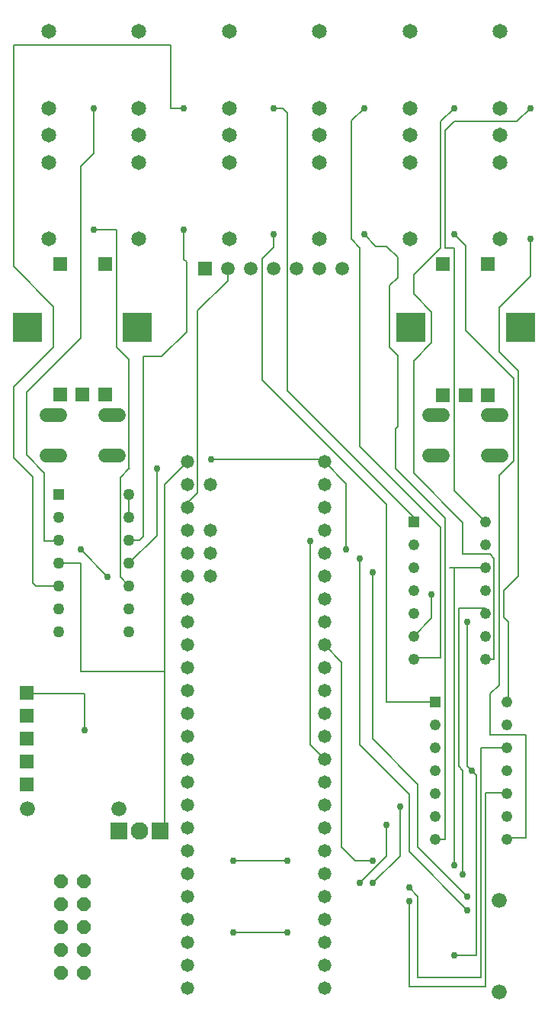
<source format=gbr>
G04 EAGLE Gerber RS-274X export*
G75*
%MOMM*%
%FSLAX34Y34*%
%LPD*%
%INTop Copper*%
%IPPOS*%
%AMOC8*
5,1,8,0,0,1.08239X$1,22.5*%
G01*
%ADD10C,1.676400*%
%ADD11R,1.508000X1.508000*%
%ADD12R,3.216000X3.216000*%
%ADD13P,1.649562X8X112.500000*%
%ADD14C,1.473200*%
%ADD15R,1.930400X1.930400*%
%ADD16C,1.930400*%
%ADD17C,1.650000*%
%ADD18C,1.524000*%
%ADD19C,1.508000*%
%ADD20R,1.267000X1.267000*%
%ADD21C,1.267000*%
%ADD22R,1.238000X1.238000*%
%ADD23C,1.238000*%
%ADD24C,0.756400*%
%ADD25C,0.152400*%


D10*
X26120Y222750D03*
X127720Y222750D03*
D11*
X62350Y681920D03*
X87350Y681920D03*
X112350Y681920D03*
X62350Y826920D03*
X112350Y826920D03*
D12*
X26350Y756920D03*
X148350Y756920D03*
D13*
X63310Y40450D03*
X63310Y65850D03*
X63310Y91250D03*
X63310Y116650D03*
X63310Y142050D03*
X88710Y40450D03*
X88710Y65850D03*
X88710Y91250D03*
X88710Y116650D03*
X88710Y142050D03*
D14*
X356160Y556610D03*
X356160Y531210D03*
X356160Y505810D03*
X356160Y480410D03*
X356160Y455010D03*
X356160Y429610D03*
X356160Y404210D03*
X356160Y378810D03*
X356160Y353410D03*
X356160Y328010D03*
X356160Y302610D03*
X356160Y277210D03*
X203760Y277210D03*
X203760Y302610D03*
X203760Y328010D03*
X203760Y353410D03*
X203760Y378810D03*
X203760Y404210D03*
X203760Y429610D03*
X203760Y455010D03*
X203760Y480410D03*
X203760Y505810D03*
X203760Y531210D03*
X356160Y582010D03*
X203760Y556610D03*
X203760Y582010D03*
X356160Y607410D03*
X203760Y607410D03*
X356160Y251810D03*
X203760Y251810D03*
X356160Y226410D03*
X356160Y201010D03*
X356160Y175610D03*
X356160Y150210D03*
X356160Y124810D03*
X356160Y99410D03*
X356160Y74010D03*
X356160Y48610D03*
X356160Y23210D03*
X203760Y23210D03*
X203760Y48610D03*
X203760Y74010D03*
X203760Y99410D03*
X203760Y124810D03*
X203760Y150210D03*
X203760Y175610D03*
X203760Y201010D03*
X203760Y226410D03*
X229160Y582010D03*
X229160Y531210D03*
X229160Y505810D03*
X229160Y480410D03*
D15*
X127660Y197744D03*
D16*
X150520Y197744D03*
D15*
X173380Y197744D03*
D17*
X551180Y855002D03*
X551180Y940002D03*
X551180Y970002D03*
X250190Y1085050D03*
X250190Y1000050D03*
X250190Y970050D03*
X149860Y1085050D03*
X149860Y1000050D03*
X149860Y970050D03*
X49530Y1085050D03*
X49530Y1000050D03*
X49530Y970050D03*
X450850Y855002D03*
X450850Y940002D03*
X450850Y970002D03*
X350520Y855002D03*
X350520Y940002D03*
X350520Y970002D03*
X250190Y855002D03*
X250190Y940002D03*
X250190Y970002D03*
X149860Y855002D03*
X149860Y940002D03*
X149860Y970002D03*
X49530Y855002D03*
X49530Y940002D03*
X49530Y970002D03*
X551180Y1085050D03*
X551180Y1000050D03*
X551180Y970050D03*
X450850Y1085050D03*
X450850Y1000050D03*
X450850Y970050D03*
X350520Y1085050D03*
X350520Y1000050D03*
X350520Y970050D03*
D18*
X127582Y614364D02*
X112342Y614364D01*
X112342Y659576D02*
X127582Y659576D01*
X62558Y614364D02*
X47318Y614364D01*
X47318Y659576D02*
X62558Y659576D01*
X537772Y614164D02*
X553012Y614164D01*
X553012Y659376D02*
X537772Y659376D01*
X487988Y614164D02*
X472748Y614164D01*
X472748Y659376D02*
X487988Y659376D01*
D11*
X487780Y681820D03*
X512780Y681820D03*
X537780Y681820D03*
X487780Y826820D03*
X537780Y826820D03*
D12*
X451780Y756820D03*
X573780Y756820D03*
D11*
X223250Y821600D03*
D19*
X248650Y821600D03*
X274050Y821600D03*
X299450Y821600D03*
X324850Y821600D03*
X350250Y821600D03*
X375650Y821600D03*
D20*
X60950Y571200D03*
D21*
X60950Y545800D03*
X60950Y520400D03*
X60950Y495000D03*
X60950Y469600D03*
X60950Y444200D03*
X60950Y418800D03*
X139050Y418800D03*
X139050Y444200D03*
X139050Y469600D03*
X139050Y495000D03*
X139050Y520400D03*
X139050Y545800D03*
X139050Y571200D03*
D11*
X25400Y351080D03*
X25400Y325680D03*
X25400Y300280D03*
X25400Y274880D03*
X25400Y249480D03*
D22*
X479200Y341200D03*
D23*
X479200Y315800D03*
X479200Y290400D03*
X479200Y265000D03*
X479200Y239600D03*
X479200Y214200D03*
X479200Y188800D03*
X558600Y188800D03*
X558600Y214200D03*
X558600Y239600D03*
X558600Y265000D03*
X558600Y290400D03*
X558600Y315800D03*
X558600Y341200D03*
D22*
X455300Y541200D03*
D23*
X455300Y515800D03*
X455300Y490400D03*
X455300Y465000D03*
X455300Y439600D03*
X455300Y414200D03*
X455300Y388800D03*
X534700Y388800D03*
X534700Y414200D03*
X534700Y439600D03*
X534700Y465000D03*
X534700Y490400D03*
X534700Y515800D03*
X534700Y541200D03*
D10*
X550000Y120800D03*
X550000Y19200D03*
D24*
X230000Y610000D03*
D25*
X353570Y610000D02*
X356160Y607410D01*
X353570Y610000D02*
X230000Y610000D01*
D24*
X255000Y85000D03*
D25*
X315000Y85000D01*
D24*
X315000Y85000D03*
D25*
X380000Y583570D02*
X356160Y607410D01*
X380000Y583570D02*
X380000Y510000D01*
D24*
X380000Y510000D03*
D25*
X170000Y525950D02*
X139050Y495000D01*
X170000Y525950D02*
X170000Y600000D01*
D24*
X170000Y600000D03*
X500000Y60000D03*
D25*
X525000Y60000D01*
X525000Y260000D01*
X515000Y270000D02*
X515000Y430000D01*
D24*
X520000Y265000D03*
X515000Y430000D03*
D25*
X515000Y270000D02*
X525000Y260000D01*
X178380Y375000D02*
X178380Y582030D01*
X178380Y375000D02*
X178380Y202744D01*
X173380Y197744D01*
X178380Y582030D02*
X203760Y607410D01*
D24*
X255000Y165000D03*
D25*
X315000Y165000D01*
D24*
X315000Y165000D03*
D25*
X178380Y375000D02*
X85000Y375000D01*
X85000Y495000D01*
X60950Y495000D01*
X203760Y561610D02*
X215000Y572850D01*
X203760Y561610D02*
X203760Y556610D01*
X215000Y572850D02*
X215000Y775000D01*
X248650Y808650D02*
X248650Y821600D01*
X248650Y808650D02*
X215000Y775000D01*
D24*
X340000Y520000D03*
D25*
X340000Y293370D01*
X356160Y277210D01*
X375000Y385370D02*
X356160Y404210D01*
X375000Y385370D02*
X375000Y180000D01*
X390000Y165000D02*
X410000Y165000D01*
X390000Y165000D02*
X375000Y180000D01*
D24*
X410000Y165000D03*
X85000Y510000D03*
D25*
X115000Y480000D01*
D24*
X115000Y480000D03*
D25*
X25400Y351080D02*
X26480Y350000D01*
X90000Y350000D02*
X90000Y310000D01*
X90000Y350000D02*
X26480Y350000D01*
D24*
X90000Y310000D03*
D25*
X139050Y545800D02*
X139050Y571200D01*
D24*
X100000Y1000000D03*
D25*
X100000Y950000D01*
X85000Y935000D01*
X85000Y745000D01*
X45000Y595000D02*
X45000Y520000D01*
X60550Y520000D01*
X60950Y520400D01*
X45000Y595000D02*
X25000Y615000D01*
X25000Y685000D01*
X85000Y745000D01*
D24*
X200000Y1000000D03*
D25*
X185000Y1000000D01*
X185000Y1070000D01*
X10922Y1070000D01*
X10922Y824078D01*
X55000Y780000D01*
X55000Y735000D01*
X10922Y690922D01*
X10922Y611595D01*
X31952Y590565D01*
X31952Y473293D01*
X35645Y469600D02*
X60950Y469600D01*
X35645Y469600D02*
X31952Y473293D01*
D24*
X100000Y865000D03*
D25*
X125000Y865000D01*
X129050Y590000D02*
X129050Y479600D01*
X139050Y469600D01*
X129050Y590000D02*
X139050Y600000D01*
X140000Y600000D01*
X139050Y600000D02*
X139050Y720827D01*
X124984Y734893D01*
X124984Y864984D01*
X125000Y865000D01*
D24*
X200000Y865000D03*
D25*
X200000Y832243D01*
X202772Y829471D01*
X202772Y752039D02*
X175516Y724783D01*
X155000Y724783D01*
X202772Y790000D02*
X202772Y829471D01*
X202772Y790000D02*
X202772Y752039D01*
X155000Y724783D02*
X155000Y525000D01*
X150400Y520400D01*
X139050Y520400D01*
D24*
X395000Y140000D03*
D25*
X425000Y170000D01*
X425000Y205000D01*
D24*
X425000Y205000D03*
X450000Y120000D03*
D25*
X450000Y25000D01*
X535000Y25000D01*
X535000Y240000D01*
X558200Y240000D01*
X558600Y239600D01*
D24*
X515000Y110000D03*
D25*
X450000Y175000D01*
X395000Y293875D02*
X395000Y500000D01*
X395000Y293875D02*
X450000Y238875D01*
X450000Y175000D01*
D24*
X395000Y500000D03*
X510000Y150000D03*
D25*
X510000Y265000D01*
X535000Y439900D02*
X535000Y445000D01*
X535000Y439900D02*
X534700Y439600D01*
X505000Y270000D02*
X510000Y265000D01*
X505000Y270000D02*
X505000Y445000D01*
X535000Y445000D01*
D24*
X410000Y140000D03*
D25*
X440000Y170000D01*
X440000Y225000D01*
D24*
X440000Y225000D03*
X450000Y135000D03*
D25*
X460000Y125000D01*
X460000Y35000D01*
X530000Y35000D01*
X530000Y290400D01*
X558600Y290400D01*
D24*
X515000Y125000D03*
D25*
X460000Y180000D01*
X460000Y250000D01*
X409693Y300307D02*
X409693Y414693D01*
X409693Y300307D02*
X460000Y250000D01*
X409693Y414693D02*
X410000Y415000D01*
X410000Y485000D01*
D24*
X410000Y485000D03*
X500000Y160000D03*
D25*
X500000Y490400D01*
X495400Y490000D02*
X495000Y490400D01*
X500000Y490400D01*
X534700Y490400D01*
D24*
X400000Y860000D03*
D25*
X413273Y846727D01*
X425276Y846727D01*
X490000Y545000D02*
X490000Y189000D01*
X479400Y189000D01*
X479200Y188800D01*
X490000Y545000D02*
X435000Y600000D01*
X435000Y644507D01*
X437532Y647039D01*
X437532Y812139D02*
X437532Y834471D01*
X437532Y725675D02*
X437532Y647039D01*
X437532Y725675D02*
X428414Y734793D01*
X428414Y803021D01*
X437532Y812139D01*
X437532Y834471D02*
X425276Y846727D01*
D24*
X500000Y860000D03*
D25*
X512954Y847046D01*
X550000Y592143D02*
X550000Y360000D01*
X550000Y592143D02*
X566429Y608571D01*
X512954Y753443D02*
X512954Y847046D01*
X550000Y360000D02*
X540000Y350000D01*
X540000Y305000D01*
X580000Y305000D01*
X580000Y190000D01*
X559800Y190000D01*
X558600Y188800D01*
X566429Y608571D02*
X566429Y699969D01*
X512954Y753443D01*
D24*
X300000Y860000D03*
D25*
X300000Y846046D01*
X286624Y832670D01*
X286624Y698376D02*
X425000Y560000D01*
X286624Y698376D02*
X286624Y832670D01*
X425000Y560000D02*
X425000Y341200D01*
X479200Y341200D01*
D24*
X585000Y855000D03*
D25*
X550414Y778847D02*
X550414Y729793D01*
X585000Y813433D02*
X585000Y855000D01*
X585000Y813433D02*
X550414Y778847D01*
X550414Y729793D02*
X571433Y708774D01*
X571433Y480968D02*
X555232Y464768D01*
X571433Y480968D02*
X571433Y708774D01*
X555232Y464768D02*
X555232Y434768D01*
X560000Y430000D01*
X560000Y342600D01*
X558600Y341200D01*
D24*
X300000Y1000000D03*
D25*
X455300Y546200D02*
X455300Y541200D01*
X455300Y546200D02*
X315000Y686500D01*
X315000Y995000D01*
X310000Y1000000D02*
X300000Y1000000D01*
X310000Y1000000D02*
X315000Y995000D01*
D24*
X400000Y1000000D03*
D25*
X386068Y986068D01*
X395688Y845000D02*
X395688Y624312D01*
X485000Y535000D02*
X485000Y390000D01*
X456500Y390000D01*
X455300Y388800D01*
X485000Y535000D02*
X395688Y624312D01*
X395688Y845000D02*
X386068Y854620D01*
X386068Y986068D01*
D24*
X475000Y460000D03*
D25*
X475000Y433900D01*
X455300Y414200D01*
D24*
X500000Y1000000D03*
D25*
X485000Y985000D01*
X485000Y845000D01*
X455000Y815000D01*
X475146Y773847D02*
X475146Y739793D01*
X455000Y793993D02*
X455000Y815000D01*
X455000Y719647D02*
X455000Y595000D01*
X475146Y773847D02*
X455000Y793993D01*
X475146Y739793D02*
X455000Y719647D01*
X534700Y388800D02*
X544376Y388800D01*
X544376Y500624D02*
X540000Y505000D01*
X510000Y505000D01*
X510000Y540000D01*
X544376Y500624D02*
X544376Y388800D01*
X510000Y540000D02*
X455000Y595000D01*
D24*
X585000Y1000000D03*
D25*
X570000Y985000D01*
X500000Y985000D01*
X490000Y975000D01*
X490000Y845000D01*
X500000Y845000D01*
X500000Y575900D01*
X534700Y541200D01*
M02*

</source>
